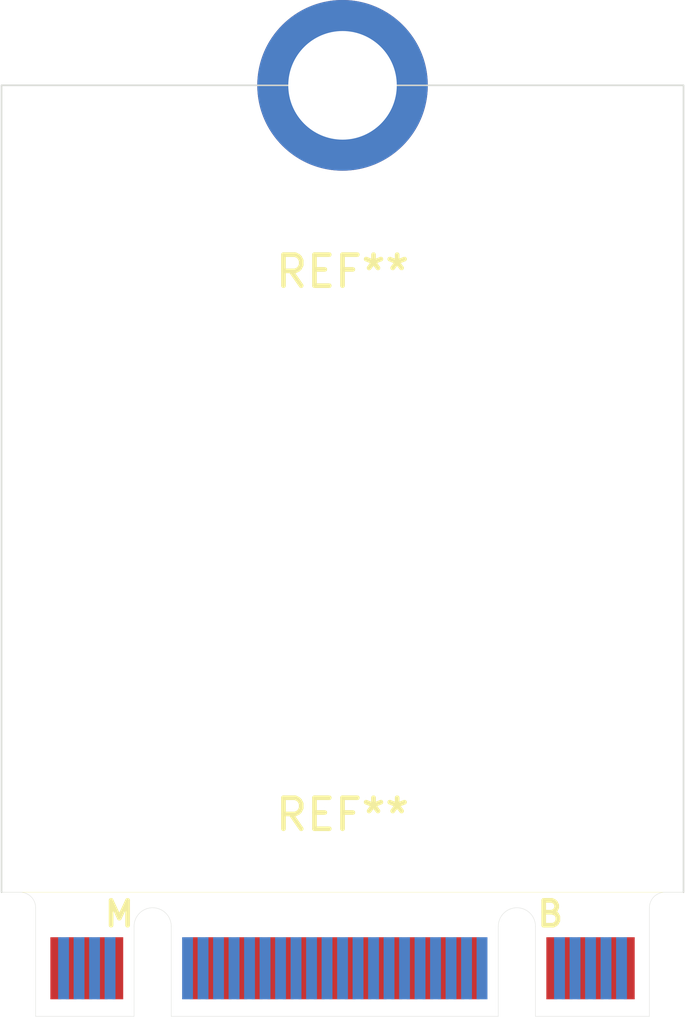
<source format=kicad_pcb>
(kicad_pcb (version 20211014) (generator pcbnew)
  (layers (0 "F.Cu" signal) (31 "B.Cu" signal) (34 "B.Paste" user) (35 "F.Paste" user) (36 "B.SilkS" user "B.Silkscreen") (37 "F.SilkS" user "F.Silkscreen") (38 "B.Mask" user) (39 "F.Mask" user) (44 "Edge.Cuts" user))
  (net 0 "")
  (footprint "m2ngff:m2-outer2230" (layer "F.Cu") (at 141 94)
    (fp_text reference "REF**" (at 0 -24) (layer "F.SilkS"))
    (fp_text value "m2-outer2230")
    (pad "1" thru_hole circle locked (at 0 -30) (size 5.5 5.5) (drill 3.5) (layers *.Cu *.Mask))
  )
  (footprint "m2ngff:m2-padKeyBM" (layer "F.Cu") (at 141 94)
    (fp_text reference "REF**" (at 0 -6.5) (layer "F.SilkS"))
    (fp_text value "m2-padKeyBM")
    (fp_text user "B" (at 6.7 -3.3) (layer "F.SilkS") (effects (font (size 0.8 0.8))))
    (fp_text user "M" (at -7.2 -3.3) (layer "F.SilkS") (effects (font (size 0.8 0.8))))
    (fp_line (start -11 -4) (end 11 -4) (layer "F.SilkS") (width 0.01))
    (fp_line (start 6.225 0) (end 9.9 0) (layer "Edge.Cuts") (width 0.01))
    (fp_line (start -9.9 0) (end -6.725 0) (layer "Edge.Cuts") (width 0.01))
    (fp_line (start -11 -4) (end -10.4 -4) (layer "Edge.Cuts") (width 0.01))
    (fp_line (start 6.225 0) (end 6.225 -2.9) (layer "Edge.Cuts") (width 0.01))
    (fp_line (start 11 -4) (end 10.4 -4) (layer "Edge.Cuts") (width 0.01))
    (fp_line (start -6.725 0) (end -6.725 -2.9) (layer "Edge.Cuts") (width 0.01))
    (fp_line (start -9.9 0) (end -9.9 -3.5) (layer "Edge.Cuts") (width 0.01))
    (fp_line (start 9.9 0) (end 9.9 -3.5) (layer "Edge.Cuts") (width 0.01))
    (fp_line (start -5.525 0) (end 5.025 0) (layer "Edge.Cuts") (width 0.01))
    (fp_line (start -5.525 0) (end -5.525 -2.9) (layer "Edge.Cuts") (width 0.01))
    (fp_line (start 5.025 0) (end 5.025 -2.9) (layer "Edge.Cuts") (width 0.01))
    (fp_arc (start 5.025 -2.9) (mid 5.625 -3.5) (end 6.225 -2.9) (layer "Edge.Cuts") (width 0.01))
    (fp_arc (start 9.9 -3.5) (mid 10.046447 -3.853553) (end 10.4 -4) (layer "Edge.Cuts") (width 0.01))
    (fp_arc (start -6.725 -2.9) (mid -6.125 -3.5) (end -5.525 -2.9) (layer "Edge.Cuts") (width 0.01))
    (fp_arc (start -10.4 -4) (mid -10.046447 -3.853553) (end -9.9 -3.5) (layer "Edge.Cuts") (width 0.01))
    (pad "1" smd rect locked (at 9.25 -1.55) (size 0.35 2) (layers "F.Cu" "F.Mask"))
    (pad "2" smd rect locked (at 9 -1.55) (size 0.35 2) (layers "B.Cu" "B.Mask"))
    (pad "3" smd rect locked (at 8.75 -1.55) (size 0.35 2) (layers "F.Cu" "F.Mask"))
    (pad "4" smd rect locked (at 8.5 -1.55) (size 0.35 2) (layers "B.Cu" "B.Mask"))
    (pad "5" smd rect locked (at 8.25 -1.55) (size 0.35 2) (layers "F.Cu" "F.Mask"))
    (pad "6" smd rect locked (at 8 -1.55) (size 0.35 2) (layers "B.Cu" "B.Mask"))
    (pad "7" smd rect locked (at 7.75 -1.55) (size 0.35 2) (layers "F.Cu" "F.Mask"))
    (pad "8" smd rect locked (at 7.5 -1.55) (size 0.35 2) (layers "B.Cu" "B.Mask"))
    (pad "9" smd rect locked (at 7.25 -1.55) (size 0.35 2) (layers "F.Cu" "F.Mask"))
    (pad "10" smd rect locked (at 7 -1.55) (size 0.35 2) (layers "B.Cu" "B.Mask"))
    (pad "11" smd rect locked (at 6.75 -1.55) (size 0.35 2) (layers "F.Cu" "F.Mask"))
    (pad "20" smd rect locked (at 4.5 -1.55) (size 0.35 2) (layers "B.Cu" "B.Mask"))
    (pad "21" smd rect locked (at 4.25 -1.55) (size 0.35 2) (layers "F.Cu" "F.Mask"))
    (pad "22" smd rect locked (at 4 -1.55) (size 0.35 2) (layers "B.Cu" "B.Mask"))
    (pad "23" smd rect locked (at 3.75 -1.55) (size 0.35 2) (layers "F.Cu" "F.Mask"))
    (pad "24" smd rect locked (at 3.5 -1.55) (size 0.35 2) (layers "B.Cu" "B.Mask"))
    (pad "25" smd rect locked (at 3.25 -1.55) (size 0.35 2) (layers "F.Cu" "F.Mask"))
    (pad "26" smd rect locked (at 3 -1.55) (size 0.35 2) (layers "B.Cu" "B.Mask"))
    (pad "27" smd rect locked (at 2.75 -1.55) (size 0.35 2) (layers "F.Cu" "F.Mask"))
    (pad "28" smd rect locked (at 2.5 -1.55) (size 0.35 2) (layers "B.Cu" "B.Mask"))
    (pad "29" smd rect locked (at 2.25 -1.55) (size 0.35 2) (layers "F.Cu" "F.Mask"))
    (pad "30" smd rect locked (at 2 -1.55) (size 0.35 2) (layers "B.Cu" "B.Mask"))
    (pad "31" smd rect locked (at 1.75 -1.55) (size 0.35 2) (layers "F.Cu" "F.Mask"))
    (pad "32" smd rect locked (at 1.5 -1.55) (size 0.35 2) (layers "B.Cu" "B.Mask"))
    (pad "33" smd rect locked (at 1.25 -1.55) (size 0.35 2) (layers "F.Cu" "F.Mask"))
    (pad "34" smd rect locked (at 1 -1.55) (size 0.35 2) (layers "B.Cu" "B.Mask"))
    (pad "35" smd rect locked (at 0.75 -1.55) (size 0.35 2) (layers "F.Cu" "F.Mask"))
    (pad "36" smd rect locked (at 0.5 -1.55) (size 0.35 2) (layers "B.Cu" "B.Mask"))
    (pad "37" smd rect locked (at 0.25 -1.55) (size 0.35 2) (layers "F.Cu" "F.Mask"))
    (pad "38" smd rect locked (at 0 -1.55) (size 0.35 2) (layers "B.Cu" "B.Mask"))
    (pad "39" smd rect locked (at -0.25 -1.55) (size 0.35 2) (layers "F.Cu" "F.Mask"))
    (pad "40" smd rect locked (at -0.5 -1.55) (size 0.35 2) (layers "B.Cu" "B.Mask"))
    (pad "41" smd rect locked (at -0.75 -1.55) (size 0.35 2) (layers "F.Cu" "F.Mask"))
    (pad "42" smd rect locked (at -1 -1.55) (size 0.35 2) (layers "B.Cu" "B.Mask"))
    (pad "43" smd rect locked (at -1.25 -1.55) (size 0.35 2) (layers "F.Cu" "F.Mask"))
    (pad "44" smd rect locked (at -1.5 -1.55) (size 0.35 2) (layers "B.Cu" "B.Mask"))
    (pad "45" smd rect locked (at -1.75 -1.55) (size 0.35 2) (layers "F.Cu" "F.Mask"))
    (pad "46" smd rect locked (at -2 -1.55) (size 0.35 2) (layers "B.Cu" "B.Mask"))
    (pad "47" smd rect locked (at -2.25 -1.55) (size 0.35 2) (layers "F.Cu" "F.Mask"))
    (pad "48" smd rect locked (at -2.5 -1.55) (size 0.35 2) (layers "B.Cu" "B.Mask"))
    (pad "49" smd rect locked (at -2.75 -1.55) (size 0.35 2) (layers "F.Cu" "F.Mask"))
    (pad "50" smd rect locked (at -3 -1.55) (size 0.35 2) (layers "B.Cu" "B.Mask"))
    (pad "51" smd rect locked (at -3.25 -1.55) (size 0.35 2) (layers "F.Cu" "F.Mask"))
    (pad "52" smd rect locked (at -3.5 -1.55) (size 0.35 2) (layers "B.Cu" "B.Mask"))
    (pad "53" smd rect locked (at -3.75 -1.55) (size 0.35 2) (layers "F.Cu" "F.Mask"))
    (pad "54" smd rect locked (at -4 -1.55) (size 0.35 2) (layers "B.Cu" "B.Mask"))
    (pad "55" smd rect locked (at -4.25 -1.55) (size 0.35 2) (layers "F.Cu" "F.Mask"))
    (pad "56" smd rect locked (at -4.5 -1.55) (size 0.35 2) (layers "B.Cu" "B.Mask"))
    (pad "57" smd rect locked (at -4.75 -1.55) (size 0.35 2) (layers "F.Cu" "F.Mask"))
    (pad "58" smd rect locked (at -5 -1.55) (size 0.35 2) (layers "B.Cu" "B.Mask"))
    (pad "67" smd rect locked (at -7.25 -1.55) (size 0.35 2) (layers "F.Cu" "F.Mask"))
    (pad "68" smd rect locked (at -7.5 -1.55) (size 0.35 2) (layers "B.Cu" "B.Mask"))
    (pad "69" smd rect locked (at -7.75 -1.55) (size 0.35 2) (layers "F.Cu" "F.Mask"))
    (pad "70" smd rect locked (at -8 -1.55) (size 0.35 2) (layers "B.Cu" "B.Mask"))
    (pad "71" smd rect locked (at -8.25 -1.55) (size 0.35 2) (layers "F.Cu" "F.Mask"))
    (pad "72" smd rect locked (at -8.5 -1.55) (size 0.35 2) (layers "B.Cu" "B.Mask"))
    (pad "73" smd rect locked (at -8.75 -1.55) (size 0.35 2) (layers "F.Cu" "F.Mask"))
    (pad "74" smd rect locked (at -9 -1.55) (size 0.35 2) (layers "B.Cu" "B.Mask"))
    (pad "75" smd rect locked (at -9.25 -1.55) (size 0.35 2) (layers "F.Cu" "F.Mask"))
  )
  (gr_line (start 152 64) (end 152 90) (layer "Edge.Cuts") (width 0.05))
  (gr_line (start 130 90) (end 130 64) (layer "Edge.Cuts") (width 0.05))
  (gr_line (start 130 64) (end 152 64) (layer "Edge.Cuts") (width 0.05))
)
</source>
